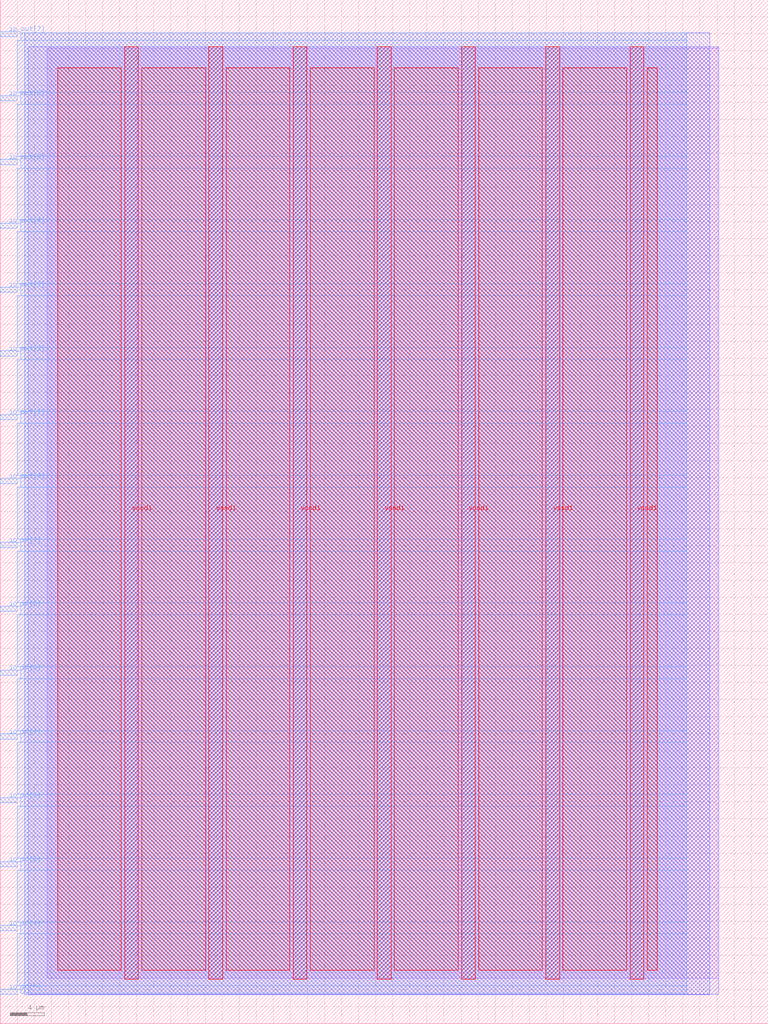
<source format=lef>
VERSION 5.7 ;
  NOWIREEXTENSIONATPIN ON ;
  DIVIDERCHAR "/" ;
  BUSBITCHARS "[]" ;
MACRO s4ga
  CLASS BLOCK ;
  FOREIGN s4ga ;
  ORIGIN 0.000 0.000 ;
  SIZE 90.000 BY 120.000 ;
  PIN io_in[0]
    DIRECTION INPUT ;
    USE SIGNAL ;
    PORT
      LAYER met3 ;
        RECT 0.000 3.440 2.000 4.040 ;
    END
  END io_in[0]
  PIN io_in[1]
    DIRECTION INPUT ;
    USE SIGNAL ;
    PORT
      LAYER met3 ;
        RECT 0.000 10.920 2.000 11.520 ;
    END
  END io_in[1]
  PIN io_in[2]
    DIRECTION INPUT ;
    USE SIGNAL ;
    PORT
      LAYER met3 ;
        RECT 0.000 18.400 2.000 19.000 ;
    END
  END io_in[2]
  PIN io_in[3]
    DIRECTION INPUT ;
    USE SIGNAL ;
    PORT
      LAYER met3 ;
        RECT 0.000 25.880 2.000 26.480 ;
    END
  END io_in[3]
  PIN io_in[4]
    DIRECTION INPUT ;
    USE SIGNAL ;
    PORT
      LAYER met3 ;
        RECT 0.000 33.360 2.000 33.960 ;
    END
  END io_in[4]
  PIN io_in[5]
    DIRECTION INPUT ;
    USE SIGNAL ;
    PORT
      LAYER met3 ;
        RECT 0.000 40.840 2.000 41.440 ;
    END
  END io_in[5]
  PIN io_in[6]
    DIRECTION INPUT ;
    USE SIGNAL ;
    PORT
      LAYER met3 ;
        RECT 0.000 48.320 2.000 48.920 ;
    END
  END io_in[6]
  PIN io_in[7]
    DIRECTION INPUT ;
    USE SIGNAL ;
    PORT
      LAYER met3 ;
        RECT 0.000 55.800 2.000 56.400 ;
    END
  END io_in[7]
  PIN io_out[0]
    DIRECTION OUTPUT TRISTATE ;
    USE SIGNAL ;
    PORT
      LAYER met3 ;
        RECT 0.000 63.280 2.000 63.880 ;
    END
  END io_out[0]
  PIN io_out[1]
    DIRECTION OUTPUT TRISTATE ;
    USE SIGNAL ;
    PORT
      LAYER met3 ;
        RECT 0.000 70.760 2.000 71.360 ;
    END
  END io_out[1]
  PIN io_out[2]
    DIRECTION OUTPUT TRISTATE ;
    USE SIGNAL ;
    PORT
      LAYER met3 ;
        RECT 0.000 78.240 2.000 78.840 ;
    END
  END io_out[2]
  PIN io_out[3]
    DIRECTION OUTPUT TRISTATE ;
    USE SIGNAL ;
    PORT
      LAYER met3 ;
        RECT 0.000 85.720 2.000 86.320 ;
    END
  END io_out[3]
  PIN io_out[4]
    DIRECTION OUTPUT TRISTATE ;
    USE SIGNAL ;
    PORT
      LAYER met3 ;
        RECT 0.000 93.200 2.000 93.800 ;
    END
  END io_out[4]
  PIN io_out[5]
    DIRECTION OUTPUT TRISTATE ;
    USE SIGNAL ;
    PORT
      LAYER met3 ;
        RECT 0.000 100.680 2.000 101.280 ;
    END
  END io_out[5]
  PIN io_out[6]
    DIRECTION OUTPUT TRISTATE ;
    USE SIGNAL ;
    PORT
      LAYER met3 ;
        RECT 0.000 108.160 2.000 108.760 ;
    END
  END io_out[6]
  PIN io_out[7]
    DIRECTION OUTPUT TRISTATE ;
    USE SIGNAL ;
    PORT
      LAYER met3 ;
        RECT 0.000 115.640 2.000 116.240 ;
    END
  END io_out[7]
  PIN vccd1
    DIRECTION INOUT ;
    USE POWER ;
    PORT
      LAYER met4 ;
        RECT 14.590 5.200 16.190 114.480 ;
    END
    PORT
      LAYER met4 ;
        RECT 34.330 5.200 35.930 114.480 ;
    END
    PORT
      LAYER met4 ;
        RECT 54.070 5.200 55.670 114.480 ;
    END
    PORT
      LAYER met4 ;
        RECT 73.810 5.200 75.410 114.480 ;
    END
  END vccd1
  PIN vssd1
    DIRECTION INOUT ;
    USE GROUND ;
    PORT
      LAYER met4 ;
        RECT 24.460 5.200 26.060 114.480 ;
    END
    PORT
      LAYER met4 ;
        RECT 44.200 5.200 45.800 114.480 ;
    END
    PORT
      LAYER met4 ;
        RECT 63.940 5.200 65.540 114.480 ;
    END
  END vssd1
  OBS
      LAYER li1 ;
        RECT 5.520 5.355 84.180 114.325 ;
      LAYER met1 ;
        RECT 3.290 3.440 84.180 114.480 ;
      LAYER met2 ;
        RECT 2.850 3.410 83.160 116.125 ;
      LAYER met3 ;
        RECT 2.400 115.240 80.435 116.105 ;
        RECT 2.000 109.160 80.435 115.240 ;
        RECT 2.400 107.760 80.435 109.160 ;
        RECT 2.000 101.680 80.435 107.760 ;
        RECT 2.400 100.280 80.435 101.680 ;
        RECT 2.000 94.200 80.435 100.280 ;
        RECT 2.400 92.800 80.435 94.200 ;
        RECT 2.000 86.720 80.435 92.800 ;
        RECT 2.400 85.320 80.435 86.720 ;
        RECT 2.000 79.240 80.435 85.320 ;
        RECT 2.400 77.840 80.435 79.240 ;
        RECT 2.000 71.760 80.435 77.840 ;
        RECT 2.400 70.360 80.435 71.760 ;
        RECT 2.000 64.280 80.435 70.360 ;
        RECT 2.400 62.880 80.435 64.280 ;
        RECT 2.000 56.800 80.435 62.880 ;
        RECT 2.400 55.400 80.435 56.800 ;
        RECT 2.000 49.320 80.435 55.400 ;
        RECT 2.400 47.920 80.435 49.320 ;
        RECT 2.000 41.840 80.435 47.920 ;
        RECT 2.400 40.440 80.435 41.840 ;
        RECT 2.000 34.360 80.435 40.440 ;
        RECT 2.400 32.960 80.435 34.360 ;
        RECT 2.000 26.880 80.435 32.960 ;
        RECT 2.400 25.480 80.435 26.880 ;
        RECT 2.000 19.400 80.435 25.480 ;
        RECT 2.400 18.000 80.435 19.400 ;
        RECT 2.000 11.920 80.435 18.000 ;
        RECT 2.400 10.520 80.435 11.920 ;
        RECT 2.000 4.440 80.435 10.520 ;
        RECT 2.400 3.575 80.435 4.440 ;
      LAYER met4 ;
        RECT 6.735 6.295 14.190 112.025 ;
        RECT 16.590 6.295 24.060 112.025 ;
        RECT 26.460 6.295 33.930 112.025 ;
        RECT 36.330 6.295 43.800 112.025 ;
        RECT 46.200 6.295 53.670 112.025 ;
        RECT 56.070 6.295 63.540 112.025 ;
        RECT 65.940 6.295 73.410 112.025 ;
        RECT 75.810 6.295 76.985 112.025 ;
  END
END s4ga
END LIBRARY


</source>
